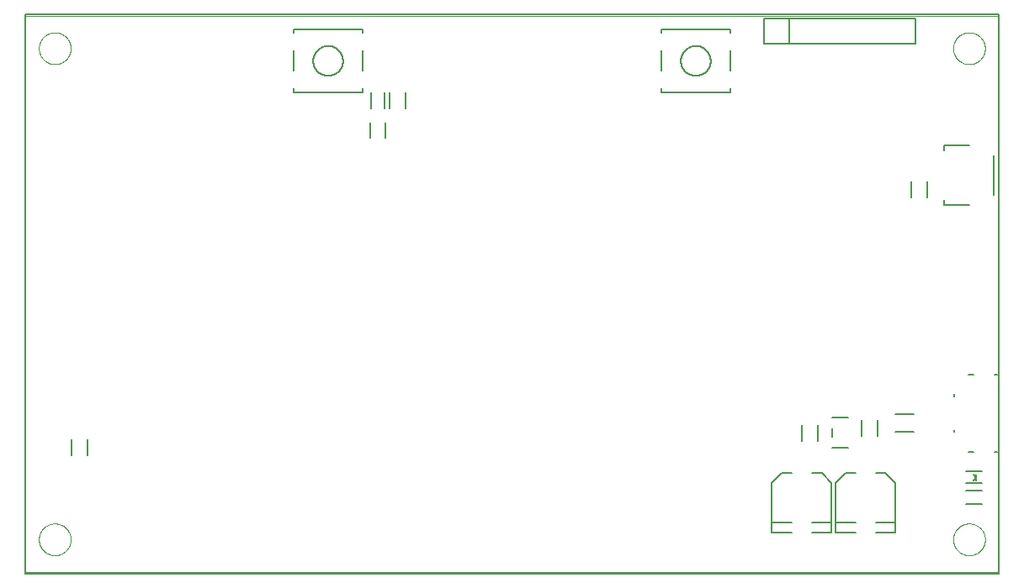
<source format=gto>
G75*
%MOIN*%
%OFA0B0*%
%FSLAX25Y25*%
%IPPOS*%
%LPD*%
%AMOC8*
5,1,8,0,0,1.08239X$1,22.5*
%
%ADD10C,0.00000*%
%ADD11C,0.00500*%
%ADD12C,0.00600*%
D10*
X0003000Y0010697D02*
X0003000Y0231169D01*
X0388827Y0231169D01*
X0388827Y0010697D01*
X0003000Y0010697D01*
X0008512Y0023492D02*
X0008514Y0023650D01*
X0008520Y0023808D01*
X0008530Y0023966D01*
X0008544Y0024124D01*
X0008562Y0024281D01*
X0008583Y0024438D01*
X0008609Y0024594D01*
X0008639Y0024750D01*
X0008672Y0024905D01*
X0008710Y0025058D01*
X0008751Y0025211D01*
X0008796Y0025363D01*
X0008845Y0025514D01*
X0008898Y0025663D01*
X0008954Y0025811D01*
X0009014Y0025957D01*
X0009078Y0026102D01*
X0009146Y0026245D01*
X0009217Y0026387D01*
X0009291Y0026527D01*
X0009369Y0026664D01*
X0009451Y0026800D01*
X0009535Y0026934D01*
X0009624Y0027065D01*
X0009715Y0027194D01*
X0009810Y0027321D01*
X0009907Y0027446D01*
X0010008Y0027568D01*
X0010112Y0027687D01*
X0010219Y0027804D01*
X0010329Y0027918D01*
X0010442Y0028029D01*
X0010557Y0028138D01*
X0010675Y0028243D01*
X0010796Y0028345D01*
X0010919Y0028445D01*
X0011045Y0028541D01*
X0011173Y0028634D01*
X0011303Y0028724D01*
X0011436Y0028810D01*
X0011571Y0028894D01*
X0011707Y0028973D01*
X0011846Y0029050D01*
X0011987Y0029122D01*
X0012129Y0029192D01*
X0012273Y0029257D01*
X0012419Y0029319D01*
X0012566Y0029377D01*
X0012715Y0029432D01*
X0012865Y0029483D01*
X0013016Y0029530D01*
X0013168Y0029573D01*
X0013321Y0029612D01*
X0013476Y0029648D01*
X0013631Y0029679D01*
X0013787Y0029707D01*
X0013943Y0029731D01*
X0014100Y0029751D01*
X0014258Y0029767D01*
X0014415Y0029779D01*
X0014574Y0029787D01*
X0014732Y0029791D01*
X0014890Y0029791D01*
X0015048Y0029787D01*
X0015207Y0029779D01*
X0015364Y0029767D01*
X0015522Y0029751D01*
X0015679Y0029731D01*
X0015835Y0029707D01*
X0015991Y0029679D01*
X0016146Y0029648D01*
X0016301Y0029612D01*
X0016454Y0029573D01*
X0016606Y0029530D01*
X0016757Y0029483D01*
X0016907Y0029432D01*
X0017056Y0029377D01*
X0017203Y0029319D01*
X0017349Y0029257D01*
X0017493Y0029192D01*
X0017635Y0029122D01*
X0017776Y0029050D01*
X0017915Y0028973D01*
X0018051Y0028894D01*
X0018186Y0028810D01*
X0018319Y0028724D01*
X0018449Y0028634D01*
X0018577Y0028541D01*
X0018703Y0028445D01*
X0018826Y0028345D01*
X0018947Y0028243D01*
X0019065Y0028138D01*
X0019180Y0028029D01*
X0019293Y0027918D01*
X0019403Y0027804D01*
X0019510Y0027687D01*
X0019614Y0027568D01*
X0019715Y0027446D01*
X0019812Y0027321D01*
X0019907Y0027194D01*
X0019998Y0027065D01*
X0020087Y0026934D01*
X0020171Y0026800D01*
X0020253Y0026664D01*
X0020331Y0026527D01*
X0020405Y0026387D01*
X0020476Y0026245D01*
X0020544Y0026102D01*
X0020608Y0025957D01*
X0020668Y0025811D01*
X0020724Y0025663D01*
X0020777Y0025514D01*
X0020826Y0025363D01*
X0020871Y0025211D01*
X0020912Y0025058D01*
X0020950Y0024905D01*
X0020983Y0024750D01*
X0021013Y0024594D01*
X0021039Y0024438D01*
X0021060Y0024281D01*
X0021078Y0024124D01*
X0021092Y0023966D01*
X0021102Y0023808D01*
X0021108Y0023650D01*
X0021110Y0023492D01*
X0021108Y0023334D01*
X0021102Y0023176D01*
X0021092Y0023018D01*
X0021078Y0022860D01*
X0021060Y0022703D01*
X0021039Y0022546D01*
X0021013Y0022390D01*
X0020983Y0022234D01*
X0020950Y0022079D01*
X0020912Y0021926D01*
X0020871Y0021773D01*
X0020826Y0021621D01*
X0020777Y0021470D01*
X0020724Y0021321D01*
X0020668Y0021173D01*
X0020608Y0021027D01*
X0020544Y0020882D01*
X0020476Y0020739D01*
X0020405Y0020597D01*
X0020331Y0020457D01*
X0020253Y0020320D01*
X0020171Y0020184D01*
X0020087Y0020050D01*
X0019998Y0019919D01*
X0019907Y0019790D01*
X0019812Y0019663D01*
X0019715Y0019538D01*
X0019614Y0019416D01*
X0019510Y0019297D01*
X0019403Y0019180D01*
X0019293Y0019066D01*
X0019180Y0018955D01*
X0019065Y0018846D01*
X0018947Y0018741D01*
X0018826Y0018639D01*
X0018703Y0018539D01*
X0018577Y0018443D01*
X0018449Y0018350D01*
X0018319Y0018260D01*
X0018186Y0018174D01*
X0018051Y0018090D01*
X0017915Y0018011D01*
X0017776Y0017934D01*
X0017635Y0017862D01*
X0017493Y0017792D01*
X0017349Y0017727D01*
X0017203Y0017665D01*
X0017056Y0017607D01*
X0016907Y0017552D01*
X0016757Y0017501D01*
X0016606Y0017454D01*
X0016454Y0017411D01*
X0016301Y0017372D01*
X0016146Y0017336D01*
X0015991Y0017305D01*
X0015835Y0017277D01*
X0015679Y0017253D01*
X0015522Y0017233D01*
X0015364Y0017217D01*
X0015207Y0017205D01*
X0015048Y0017197D01*
X0014890Y0017193D01*
X0014732Y0017193D01*
X0014574Y0017197D01*
X0014415Y0017205D01*
X0014258Y0017217D01*
X0014100Y0017233D01*
X0013943Y0017253D01*
X0013787Y0017277D01*
X0013631Y0017305D01*
X0013476Y0017336D01*
X0013321Y0017372D01*
X0013168Y0017411D01*
X0013016Y0017454D01*
X0012865Y0017501D01*
X0012715Y0017552D01*
X0012566Y0017607D01*
X0012419Y0017665D01*
X0012273Y0017727D01*
X0012129Y0017792D01*
X0011987Y0017862D01*
X0011846Y0017934D01*
X0011707Y0018011D01*
X0011571Y0018090D01*
X0011436Y0018174D01*
X0011303Y0018260D01*
X0011173Y0018350D01*
X0011045Y0018443D01*
X0010919Y0018539D01*
X0010796Y0018639D01*
X0010675Y0018741D01*
X0010557Y0018846D01*
X0010442Y0018955D01*
X0010329Y0019066D01*
X0010219Y0019180D01*
X0010112Y0019297D01*
X0010008Y0019416D01*
X0009907Y0019538D01*
X0009810Y0019663D01*
X0009715Y0019790D01*
X0009624Y0019919D01*
X0009535Y0020050D01*
X0009451Y0020184D01*
X0009369Y0020320D01*
X0009291Y0020457D01*
X0009217Y0020597D01*
X0009146Y0020739D01*
X0009078Y0020882D01*
X0009014Y0021027D01*
X0008954Y0021173D01*
X0008898Y0021321D01*
X0008845Y0021470D01*
X0008796Y0021621D01*
X0008751Y0021773D01*
X0008710Y0021926D01*
X0008672Y0022079D01*
X0008639Y0022234D01*
X0008609Y0022390D01*
X0008583Y0022546D01*
X0008562Y0022703D01*
X0008544Y0022860D01*
X0008530Y0023018D01*
X0008520Y0023176D01*
X0008514Y0023334D01*
X0008512Y0023492D01*
X0008512Y0218374D02*
X0008514Y0218532D01*
X0008520Y0218690D01*
X0008530Y0218848D01*
X0008544Y0219006D01*
X0008562Y0219163D01*
X0008583Y0219320D01*
X0008609Y0219476D01*
X0008639Y0219632D01*
X0008672Y0219787D01*
X0008710Y0219940D01*
X0008751Y0220093D01*
X0008796Y0220245D01*
X0008845Y0220396D01*
X0008898Y0220545D01*
X0008954Y0220693D01*
X0009014Y0220839D01*
X0009078Y0220984D01*
X0009146Y0221127D01*
X0009217Y0221269D01*
X0009291Y0221409D01*
X0009369Y0221546D01*
X0009451Y0221682D01*
X0009535Y0221816D01*
X0009624Y0221947D01*
X0009715Y0222076D01*
X0009810Y0222203D01*
X0009907Y0222328D01*
X0010008Y0222450D01*
X0010112Y0222569D01*
X0010219Y0222686D01*
X0010329Y0222800D01*
X0010442Y0222911D01*
X0010557Y0223020D01*
X0010675Y0223125D01*
X0010796Y0223227D01*
X0010919Y0223327D01*
X0011045Y0223423D01*
X0011173Y0223516D01*
X0011303Y0223606D01*
X0011436Y0223692D01*
X0011571Y0223776D01*
X0011707Y0223855D01*
X0011846Y0223932D01*
X0011987Y0224004D01*
X0012129Y0224074D01*
X0012273Y0224139D01*
X0012419Y0224201D01*
X0012566Y0224259D01*
X0012715Y0224314D01*
X0012865Y0224365D01*
X0013016Y0224412D01*
X0013168Y0224455D01*
X0013321Y0224494D01*
X0013476Y0224530D01*
X0013631Y0224561D01*
X0013787Y0224589D01*
X0013943Y0224613D01*
X0014100Y0224633D01*
X0014258Y0224649D01*
X0014415Y0224661D01*
X0014574Y0224669D01*
X0014732Y0224673D01*
X0014890Y0224673D01*
X0015048Y0224669D01*
X0015207Y0224661D01*
X0015364Y0224649D01*
X0015522Y0224633D01*
X0015679Y0224613D01*
X0015835Y0224589D01*
X0015991Y0224561D01*
X0016146Y0224530D01*
X0016301Y0224494D01*
X0016454Y0224455D01*
X0016606Y0224412D01*
X0016757Y0224365D01*
X0016907Y0224314D01*
X0017056Y0224259D01*
X0017203Y0224201D01*
X0017349Y0224139D01*
X0017493Y0224074D01*
X0017635Y0224004D01*
X0017776Y0223932D01*
X0017915Y0223855D01*
X0018051Y0223776D01*
X0018186Y0223692D01*
X0018319Y0223606D01*
X0018449Y0223516D01*
X0018577Y0223423D01*
X0018703Y0223327D01*
X0018826Y0223227D01*
X0018947Y0223125D01*
X0019065Y0223020D01*
X0019180Y0222911D01*
X0019293Y0222800D01*
X0019403Y0222686D01*
X0019510Y0222569D01*
X0019614Y0222450D01*
X0019715Y0222328D01*
X0019812Y0222203D01*
X0019907Y0222076D01*
X0019998Y0221947D01*
X0020087Y0221816D01*
X0020171Y0221682D01*
X0020253Y0221546D01*
X0020331Y0221409D01*
X0020405Y0221269D01*
X0020476Y0221127D01*
X0020544Y0220984D01*
X0020608Y0220839D01*
X0020668Y0220693D01*
X0020724Y0220545D01*
X0020777Y0220396D01*
X0020826Y0220245D01*
X0020871Y0220093D01*
X0020912Y0219940D01*
X0020950Y0219787D01*
X0020983Y0219632D01*
X0021013Y0219476D01*
X0021039Y0219320D01*
X0021060Y0219163D01*
X0021078Y0219006D01*
X0021092Y0218848D01*
X0021102Y0218690D01*
X0021108Y0218532D01*
X0021110Y0218374D01*
X0021108Y0218216D01*
X0021102Y0218058D01*
X0021092Y0217900D01*
X0021078Y0217742D01*
X0021060Y0217585D01*
X0021039Y0217428D01*
X0021013Y0217272D01*
X0020983Y0217116D01*
X0020950Y0216961D01*
X0020912Y0216808D01*
X0020871Y0216655D01*
X0020826Y0216503D01*
X0020777Y0216352D01*
X0020724Y0216203D01*
X0020668Y0216055D01*
X0020608Y0215909D01*
X0020544Y0215764D01*
X0020476Y0215621D01*
X0020405Y0215479D01*
X0020331Y0215339D01*
X0020253Y0215202D01*
X0020171Y0215066D01*
X0020087Y0214932D01*
X0019998Y0214801D01*
X0019907Y0214672D01*
X0019812Y0214545D01*
X0019715Y0214420D01*
X0019614Y0214298D01*
X0019510Y0214179D01*
X0019403Y0214062D01*
X0019293Y0213948D01*
X0019180Y0213837D01*
X0019065Y0213728D01*
X0018947Y0213623D01*
X0018826Y0213521D01*
X0018703Y0213421D01*
X0018577Y0213325D01*
X0018449Y0213232D01*
X0018319Y0213142D01*
X0018186Y0213056D01*
X0018051Y0212972D01*
X0017915Y0212893D01*
X0017776Y0212816D01*
X0017635Y0212744D01*
X0017493Y0212674D01*
X0017349Y0212609D01*
X0017203Y0212547D01*
X0017056Y0212489D01*
X0016907Y0212434D01*
X0016757Y0212383D01*
X0016606Y0212336D01*
X0016454Y0212293D01*
X0016301Y0212254D01*
X0016146Y0212218D01*
X0015991Y0212187D01*
X0015835Y0212159D01*
X0015679Y0212135D01*
X0015522Y0212115D01*
X0015364Y0212099D01*
X0015207Y0212087D01*
X0015048Y0212079D01*
X0014890Y0212075D01*
X0014732Y0212075D01*
X0014574Y0212079D01*
X0014415Y0212087D01*
X0014258Y0212099D01*
X0014100Y0212115D01*
X0013943Y0212135D01*
X0013787Y0212159D01*
X0013631Y0212187D01*
X0013476Y0212218D01*
X0013321Y0212254D01*
X0013168Y0212293D01*
X0013016Y0212336D01*
X0012865Y0212383D01*
X0012715Y0212434D01*
X0012566Y0212489D01*
X0012419Y0212547D01*
X0012273Y0212609D01*
X0012129Y0212674D01*
X0011987Y0212744D01*
X0011846Y0212816D01*
X0011707Y0212893D01*
X0011571Y0212972D01*
X0011436Y0213056D01*
X0011303Y0213142D01*
X0011173Y0213232D01*
X0011045Y0213325D01*
X0010919Y0213421D01*
X0010796Y0213521D01*
X0010675Y0213623D01*
X0010557Y0213728D01*
X0010442Y0213837D01*
X0010329Y0213948D01*
X0010219Y0214062D01*
X0010112Y0214179D01*
X0010008Y0214298D01*
X0009907Y0214420D01*
X0009810Y0214545D01*
X0009715Y0214672D01*
X0009624Y0214801D01*
X0009535Y0214932D01*
X0009451Y0215066D01*
X0009369Y0215202D01*
X0009291Y0215339D01*
X0009217Y0215479D01*
X0009146Y0215621D01*
X0009078Y0215764D01*
X0009014Y0215909D01*
X0008954Y0216055D01*
X0008898Y0216203D01*
X0008845Y0216352D01*
X0008796Y0216503D01*
X0008751Y0216655D01*
X0008710Y0216808D01*
X0008672Y0216961D01*
X0008639Y0217116D01*
X0008609Y0217272D01*
X0008583Y0217428D01*
X0008562Y0217585D01*
X0008544Y0217742D01*
X0008530Y0217900D01*
X0008520Y0218058D01*
X0008514Y0218216D01*
X0008512Y0218374D01*
X0370717Y0218374D02*
X0370719Y0218532D01*
X0370725Y0218690D01*
X0370735Y0218848D01*
X0370749Y0219006D01*
X0370767Y0219163D01*
X0370788Y0219320D01*
X0370814Y0219476D01*
X0370844Y0219632D01*
X0370877Y0219787D01*
X0370915Y0219940D01*
X0370956Y0220093D01*
X0371001Y0220245D01*
X0371050Y0220396D01*
X0371103Y0220545D01*
X0371159Y0220693D01*
X0371219Y0220839D01*
X0371283Y0220984D01*
X0371351Y0221127D01*
X0371422Y0221269D01*
X0371496Y0221409D01*
X0371574Y0221546D01*
X0371656Y0221682D01*
X0371740Y0221816D01*
X0371829Y0221947D01*
X0371920Y0222076D01*
X0372015Y0222203D01*
X0372112Y0222328D01*
X0372213Y0222450D01*
X0372317Y0222569D01*
X0372424Y0222686D01*
X0372534Y0222800D01*
X0372647Y0222911D01*
X0372762Y0223020D01*
X0372880Y0223125D01*
X0373001Y0223227D01*
X0373124Y0223327D01*
X0373250Y0223423D01*
X0373378Y0223516D01*
X0373508Y0223606D01*
X0373641Y0223692D01*
X0373776Y0223776D01*
X0373912Y0223855D01*
X0374051Y0223932D01*
X0374192Y0224004D01*
X0374334Y0224074D01*
X0374478Y0224139D01*
X0374624Y0224201D01*
X0374771Y0224259D01*
X0374920Y0224314D01*
X0375070Y0224365D01*
X0375221Y0224412D01*
X0375373Y0224455D01*
X0375526Y0224494D01*
X0375681Y0224530D01*
X0375836Y0224561D01*
X0375992Y0224589D01*
X0376148Y0224613D01*
X0376305Y0224633D01*
X0376463Y0224649D01*
X0376620Y0224661D01*
X0376779Y0224669D01*
X0376937Y0224673D01*
X0377095Y0224673D01*
X0377253Y0224669D01*
X0377412Y0224661D01*
X0377569Y0224649D01*
X0377727Y0224633D01*
X0377884Y0224613D01*
X0378040Y0224589D01*
X0378196Y0224561D01*
X0378351Y0224530D01*
X0378506Y0224494D01*
X0378659Y0224455D01*
X0378811Y0224412D01*
X0378962Y0224365D01*
X0379112Y0224314D01*
X0379261Y0224259D01*
X0379408Y0224201D01*
X0379554Y0224139D01*
X0379698Y0224074D01*
X0379840Y0224004D01*
X0379981Y0223932D01*
X0380120Y0223855D01*
X0380256Y0223776D01*
X0380391Y0223692D01*
X0380524Y0223606D01*
X0380654Y0223516D01*
X0380782Y0223423D01*
X0380908Y0223327D01*
X0381031Y0223227D01*
X0381152Y0223125D01*
X0381270Y0223020D01*
X0381385Y0222911D01*
X0381498Y0222800D01*
X0381608Y0222686D01*
X0381715Y0222569D01*
X0381819Y0222450D01*
X0381920Y0222328D01*
X0382017Y0222203D01*
X0382112Y0222076D01*
X0382203Y0221947D01*
X0382292Y0221816D01*
X0382376Y0221682D01*
X0382458Y0221546D01*
X0382536Y0221409D01*
X0382610Y0221269D01*
X0382681Y0221127D01*
X0382749Y0220984D01*
X0382813Y0220839D01*
X0382873Y0220693D01*
X0382929Y0220545D01*
X0382982Y0220396D01*
X0383031Y0220245D01*
X0383076Y0220093D01*
X0383117Y0219940D01*
X0383155Y0219787D01*
X0383188Y0219632D01*
X0383218Y0219476D01*
X0383244Y0219320D01*
X0383265Y0219163D01*
X0383283Y0219006D01*
X0383297Y0218848D01*
X0383307Y0218690D01*
X0383313Y0218532D01*
X0383315Y0218374D01*
X0383313Y0218216D01*
X0383307Y0218058D01*
X0383297Y0217900D01*
X0383283Y0217742D01*
X0383265Y0217585D01*
X0383244Y0217428D01*
X0383218Y0217272D01*
X0383188Y0217116D01*
X0383155Y0216961D01*
X0383117Y0216808D01*
X0383076Y0216655D01*
X0383031Y0216503D01*
X0382982Y0216352D01*
X0382929Y0216203D01*
X0382873Y0216055D01*
X0382813Y0215909D01*
X0382749Y0215764D01*
X0382681Y0215621D01*
X0382610Y0215479D01*
X0382536Y0215339D01*
X0382458Y0215202D01*
X0382376Y0215066D01*
X0382292Y0214932D01*
X0382203Y0214801D01*
X0382112Y0214672D01*
X0382017Y0214545D01*
X0381920Y0214420D01*
X0381819Y0214298D01*
X0381715Y0214179D01*
X0381608Y0214062D01*
X0381498Y0213948D01*
X0381385Y0213837D01*
X0381270Y0213728D01*
X0381152Y0213623D01*
X0381031Y0213521D01*
X0380908Y0213421D01*
X0380782Y0213325D01*
X0380654Y0213232D01*
X0380524Y0213142D01*
X0380391Y0213056D01*
X0380256Y0212972D01*
X0380120Y0212893D01*
X0379981Y0212816D01*
X0379840Y0212744D01*
X0379698Y0212674D01*
X0379554Y0212609D01*
X0379408Y0212547D01*
X0379261Y0212489D01*
X0379112Y0212434D01*
X0378962Y0212383D01*
X0378811Y0212336D01*
X0378659Y0212293D01*
X0378506Y0212254D01*
X0378351Y0212218D01*
X0378196Y0212187D01*
X0378040Y0212159D01*
X0377884Y0212135D01*
X0377727Y0212115D01*
X0377569Y0212099D01*
X0377412Y0212087D01*
X0377253Y0212079D01*
X0377095Y0212075D01*
X0376937Y0212075D01*
X0376779Y0212079D01*
X0376620Y0212087D01*
X0376463Y0212099D01*
X0376305Y0212115D01*
X0376148Y0212135D01*
X0375992Y0212159D01*
X0375836Y0212187D01*
X0375681Y0212218D01*
X0375526Y0212254D01*
X0375373Y0212293D01*
X0375221Y0212336D01*
X0375070Y0212383D01*
X0374920Y0212434D01*
X0374771Y0212489D01*
X0374624Y0212547D01*
X0374478Y0212609D01*
X0374334Y0212674D01*
X0374192Y0212744D01*
X0374051Y0212816D01*
X0373912Y0212893D01*
X0373776Y0212972D01*
X0373641Y0213056D01*
X0373508Y0213142D01*
X0373378Y0213232D01*
X0373250Y0213325D01*
X0373124Y0213421D01*
X0373001Y0213521D01*
X0372880Y0213623D01*
X0372762Y0213728D01*
X0372647Y0213837D01*
X0372534Y0213948D01*
X0372424Y0214062D01*
X0372317Y0214179D01*
X0372213Y0214298D01*
X0372112Y0214420D01*
X0372015Y0214545D01*
X0371920Y0214672D01*
X0371829Y0214801D01*
X0371740Y0214932D01*
X0371656Y0215066D01*
X0371574Y0215202D01*
X0371496Y0215339D01*
X0371422Y0215479D01*
X0371351Y0215621D01*
X0371283Y0215764D01*
X0371219Y0215909D01*
X0371159Y0216055D01*
X0371103Y0216203D01*
X0371050Y0216352D01*
X0371001Y0216503D01*
X0370956Y0216655D01*
X0370915Y0216808D01*
X0370877Y0216961D01*
X0370844Y0217116D01*
X0370814Y0217272D01*
X0370788Y0217428D01*
X0370767Y0217585D01*
X0370749Y0217742D01*
X0370735Y0217900D01*
X0370725Y0218058D01*
X0370719Y0218216D01*
X0370717Y0218374D01*
X0370717Y0023492D02*
X0370719Y0023650D01*
X0370725Y0023808D01*
X0370735Y0023966D01*
X0370749Y0024124D01*
X0370767Y0024281D01*
X0370788Y0024438D01*
X0370814Y0024594D01*
X0370844Y0024750D01*
X0370877Y0024905D01*
X0370915Y0025058D01*
X0370956Y0025211D01*
X0371001Y0025363D01*
X0371050Y0025514D01*
X0371103Y0025663D01*
X0371159Y0025811D01*
X0371219Y0025957D01*
X0371283Y0026102D01*
X0371351Y0026245D01*
X0371422Y0026387D01*
X0371496Y0026527D01*
X0371574Y0026664D01*
X0371656Y0026800D01*
X0371740Y0026934D01*
X0371829Y0027065D01*
X0371920Y0027194D01*
X0372015Y0027321D01*
X0372112Y0027446D01*
X0372213Y0027568D01*
X0372317Y0027687D01*
X0372424Y0027804D01*
X0372534Y0027918D01*
X0372647Y0028029D01*
X0372762Y0028138D01*
X0372880Y0028243D01*
X0373001Y0028345D01*
X0373124Y0028445D01*
X0373250Y0028541D01*
X0373378Y0028634D01*
X0373508Y0028724D01*
X0373641Y0028810D01*
X0373776Y0028894D01*
X0373912Y0028973D01*
X0374051Y0029050D01*
X0374192Y0029122D01*
X0374334Y0029192D01*
X0374478Y0029257D01*
X0374624Y0029319D01*
X0374771Y0029377D01*
X0374920Y0029432D01*
X0375070Y0029483D01*
X0375221Y0029530D01*
X0375373Y0029573D01*
X0375526Y0029612D01*
X0375681Y0029648D01*
X0375836Y0029679D01*
X0375992Y0029707D01*
X0376148Y0029731D01*
X0376305Y0029751D01*
X0376463Y0029767D01*
X0376620Y0029779D01*
X0376779Y0029787D01*
X0376937Y0029791D01*
X0377095Y0029791D01*
X0377253Y0029787D01*
X0377412Y0029779D01*
X0377569Y0029767D01*
X0377727Y0029751D01*
X0377884Y0029731D01*
X0378040Y0029707D01*
X0378196Y0029679D01*
X0378351Y0029648D01*
X0378506Y0029612D01*
X0378659Y0029573D01*
X0378811Y0029530D01*
X0378962Y0029483D01*
X0379112Y0029432D01*
X0379261Y0029377D01*
X0379408Y0029319D01*
X0379554Y0029257D01*
X0379698Y0029192D01*
X0379840Y0029122D01*
X0379981Y0029050D01*
X0380120Y0028973D01*
X0380256Y0028894D01*
X0380391Y0028810D01*
X0380524Y0028724D01*
X0380654Y0028634D01*
X0380782Y0028541D01*
X0380908Y0028445D01*
X0381031Y0028345D01*
X0381152Y0028243D01*
X0381270Y0028138D01*
X0381385Y0028029D01*
X0381498Y0027918D01*
X0381608Y0027804D01*
X0381715Y0027687D01*
X0381819Y0027568D01*
X0381920Y0027446D01*
X0382017Y0027321D01*
X0382112Y0027194D01*
X0382203Y0027065D01*
X0382292Y0026934D01*
X0382376Y0026800D01*
X0382458Y0026664D01*
X0382536Y0026527D01*
X0382610Y0026387D01*
X0382681Y0026245D01*
X0382749Y0026102D01*
X0382813Y0025957D01*
X0382873Y0025811D01*
X0382929Y0025663D01*
X0382982Y0025514D01*
X0383031Y0025363D01*
X0383076Y0025211D01*
X0383117Y0025058D01*
X0383155Y0024905D01*
X0383188Y0024750D01*
X0383218Y0024594D01*
X0383244Y0024438D01*
X0383265Y0024281D01*
X0383283Y0024124D01*
X0383297Y0023966D01*
X0383307Y0023808D01*
X0383313Y0023650D01*
X0383315Y0023492D01*
X0383313Y0023334D01*
X0383307Y0023176D01*
X0383297Y0023018D01*
X0383283Y0022860D01*
X0383265Y0022703D01*
X0383244Y0022546D01*
X0383218Y0022390D01*
X0383188Y0022234D01*
X0383155Y0022079D01*
X0383117Y0021926D01*
X0383076Y0021773D01*
X0383031Y0021621D01*
X0382982Y0021470D01*
X0382929Y0021321D01*
X0382873Y0021173D01*
X0382813Y0021027D01*
X0382749Y0020882D01*
X0382681Y0020739D01*
X0382610Y0020597D01*
X0382536Y0020457D01*
X0382458Y0020320D01*
X0382376Y0020184D01*
X0382292Y0020050D01*
X0382203Y0019919D01*
X0382112Y0019790D01*
X0382017Y0019663D01*
X0381920Y0019538D01*
X0381819Y0019416D01*
X0381715Y0019297D01*
X0381608Y0019180D01*
X0381498Y0019066D01*
X0381385Y0018955D01*
X0381270Y0018846D01*
X0381152Y0018741D01*
X0381031Y0018639D01*
X0380908Y0018539D01*
X0380782Y0018443D01*
X0380654Y0018350D01*
X0380524Y0018260D01*
X0380391Y0018174D01*
X0380256Y0018090D01*
X0380120Y0018011D01*
X0379981Y0017934D01*
X0379840Y0017862D01*
X0379698Y0017792D01*
X0379554Y0017727D01*
X0379408Y0017665D01*
X0379261Y0017607D01*
X0379112Y0017552D01*
X0378962Y0017501D01*
X0378811Y0017454D01*
X0378659Y0017411D01*
X0378506Y0017372D01*
X0378351Y0017336D01*
X0378196Y0017305D01*
X0378040Y0017277D01*
X0377884Y0017253D01*
X0377727Y0017233D01*
X0377569Y0017217D01*
X0377412Y0017205D01*
X0377253Y0017197D01*
X0377095Y0017193D01*
X0376937Y0017193D01*
X0376779Y0017197D01*
X0376620Y0017205D01*
X0376463Y0017217D01*
X0376305Y0017233D01*
X0376148Y0017253D01*
X0375992Y0017277D01*
X0375836Y0017305D01*
X0375681Y0017336D01*
X0375526Y0017372D01*
X0375373Y0017411D01*
X0375221Y0017454D01*
X0375070Y0017501D01*
X0374920Y0017552D01*
X0374771Y0017607D01*
X0374624Y0017665D01*
X0374478Y0017727D01*
X0374334Y0017792D01*
X0374192Y0017862D01*
X0374051Y0017934D01*
X0373912Y0018011D01*
X0373776Y0018090D01*
X0373641Y0018174D01*
X0373508Y0018260D01*
X0373378Y0018350D01*
X0373250Y0018443D01*
X0373124Y0018539D01*
X0373001Y0018639D01*
X0372880Y0018741D01*
X0372762Y0018846D01*
X0372647Y0018955D01*
X0372534Y0019066D01*
X0372424Y0019180D01*
X0372317Y0019297D01*
X0372213Y0019416D01*
X0372112Y0019538D01*
X0372015Y0019663D01*
X0371920Y0019790D01*
X0371829Y0019919D01*
X0371740Y0020050D01*
X0371656Y0020184D01*
X0371574Y0020320D01*
X0371496Y0020457D01*
X0371422Y0020597D01*
X0371351Y0020739D01*
X0371283Y0020882D01*
X0371219Y0021027D01*
X0371159Y0021173D01*
X0371103Y0021321D01*
X0371050Y0021470D01*
X0371001Y0021621D01*
X0370956Y0021773D01*
X0370915Y0021926D01*
X0370877Y0022079D01*
X0370844Y0022234D01*
X0370814Y0022390D01*
X0370788Y0022546D01*
X0370767Y0022703D01*
X0370749Y0022860D01*
X0370735Y0023018D01*
X0370725Y0023176D01*
X0370719Y0023334D01*
X0370717Y0023492D01*
D11*
X0003000Y0010028D02*
X0003000Y0231839D01*
X0388827Y0231839D01*
X0388827Y0010028D01*
X0003000Y0010028D01*
X0021504Y0056760D02*
X0021504Y0063059D01*
X0027803Y0063059D02*
X0027803Y0056760D01*
X0139614Y0182744D02*
X0139614Y0189043D01*
X0140008Y0194555D02*
X0140008Y0200854D01*
X0136858Y0200854D02*
X0136858Y0202429D01*
X0136858Y0200854D02*
X0109299Y0200854D01*
X0109299Y0202429D01*
X0109299Y0209516D02*
X0109299Y0217390D01*
X0109299Y0224477D02*
X0109299Y0226051D01*
X0136858Y0226051D01*
X0136858Y0224477D01*
X0136858Y0217390D02*
X0136858Y0209516D01*
X0145520Y0200854D02*
X0145520Y0194555D01*
X0147488Y0194555D02*
X0147488Y0200854D01*
X0153787Y0200854D02*
X0153787Y0194555D01*
X0145913Y0189043D02*
X0145913Y0182744D01*
X0117173Y0213453D02*
X0117175Y0213606D01*
X0117181Y0213760D01*
X0117191Y0213913D01*
X0117205Y0214065D01*
X0117223Y0214218D01*
X0117245Y0214369D01*
X0117270Y0214520D01*
X0117300Y0214671D01*
X0117334Y0214821D01*
X0117371Y0214969D01*
X0117412Y0215117D01*
X0117457Y0215263D01*
X0117506Y0215409D01*
X0117559Y0215553D01*
X0117615Y0215695D01*
X0117675Y0215836D01*
X0117739Y0215976D01*
X0117806Y0216114D01*
X0117877Y0216250D01*
X0117952Y0216384D01*
X0118029Y0216516D01*
X0118111Y0216646D01*
X0118195Y0216774D01*
X0118283Y0216900D01*
X0118374Y0217023D01*
X0118468Y0217144D01*
X0118566Y0217262D01*
X0118666Y0217378D01*
X0118770Y0217491D01*
X0118876Y0217602D01*
X0118985Y0217710D01*
X0119097Y0217815D01*
X0119211Y0217916D01*
X0119329Y0218015D01*
X0119448Y0218111D01*
X0119570Y0218204D01*
X0119695Y0218293D01*
X0119822Y0218380D01*
X0119951Y0218462D01*
X0120082Y0218542D01*
X0120215Y0218618D01*
X0120350Y0218691D01*
X0120487Y0218760D01*
X0120626Y0218825D01*
X0120766Y0218887D01*
X0120908Y0218945D01*
X0121051Y0219000D01*
X0121196Y0219051D01*
X0121342Y0219098D01*
X0121489Y0219141D01*
X0121637Y0219180D01*
X0121786Y0219216D01*
X0121936Y0219247D01*
X0122087Y0219275D01*
X0122238Y0219299D01*
X0122391Y0219319D01*
X0122543Y0219335D01*
X0122696Y0219347D01*
X0122849Y0219355D01*
X0123002Y0219359D01*
X0123156Y0219359D01*
X0123309Y0219355D01*
X0123462Y0219347D01*
X0123615Y0219335D01*
X0123767Y0219319D01*
X0123920Y0219299D01*
X0124071Y0219275D01*
X0124222Y0219247D01*
X0124372Y0219216D01*
X0124521Y0219180D01*
X0124669Y0219141D01*
X0124816Y0219098D01*
X0124962Y0219051D01*
X0125107Y0219000D01*
X0125250Y0218945D01*
X0125392Y0218887D01*
X0125532Y0218825D01*
X0125671Y0218760D01*
X0125808Y0218691D01*
X0125943Y0218618D01*
X0126076Y0218542D01*
X0126207Y0218462D01*
X0126336Y0218380D01*
X0126463Y0218293D01*
X0126588Y0218204D01*
X0126710Y0218111D01*
X0126829Y0218015D01*
X0126947Y0217916D01*
X0127061Y0217815D01*
X0127173Y0217710D01*
X0127282Y0217602D01*
X0127388Y0217491D01*
X0127492Y0217378D01*
X0127592Y0217262D01*
X0127690Y0217144D01*
X0127784Y0217023D01*
X0127875Y0216900D01*
X0127963Y0216774D01*
X0128047Y0216646D01*
X0128129Y0216516D01*
X0128206Y0216384D01*
X0128281Y0216250D01*
X0128352Y0216114D01*
X0128419Y0215976D01*
X0128483Y0215836D01*
X0128543Y0215695D01*
X0128599Y0215553D01*
X0128652Y0215409D01*
X0128701Y0215263D01*
X0128746Y0215117D01*
X0128787Y0214969D01*
X0128824Y0214821D01*
X0128858Y0214671D01*
X0128888Y0214520D01*
X0128913Y0214369D01*
X0128935Y0214218D01*
X0128953Y0214065D01*
X0128967Y0213913D01*
X0128977Y0213760D01*
X0128983Y0213606D01*
X0128985Y0213453D01*
X0128983Y0213300D01*
X0128977Y0213146D01*
X0128967Y0212993D01*
X0128953Y0212841D01*
X0128935Y0212688D01*
X0128913Y0212537D01*
X0128888Y0212386D01*
X0128858Y0212235D01*
X0128824Y0212085D01*
X0128787Y0211937D01*
X0128746Y0211789D01*
X0128701Y0211643D01*
X0128652Y0211497D01*
X0128599Y0211353D01*
X0128543Y0211211D01*
X0128483Y0211070D01*
X0128419Y0210930D01*
X0128352Y0210792D01*
X0128281Y0210656D01*
X0128206Y0210522D01*
X0128129Y0210390D01*
X0128047Y0210260D01*
X0127963Y0210132D01*
X0127875Y0210006D01*
X0127784Y0209883D01*
X0127690Y0209762D01*
X0127592Y0209644D01*
X0127492Y0209528D01*
X0127388Y0209415D01*
X0127282Y0209304D01*
X0127173Y0209196D01*
X0127061Y0209091D01*
X0126947Y0208990D01*
X0126829Y0208891D01*
X0126710Y0208795D01*
X0126588Y0208702D01*
X0126463Y0208613D01*
X0126336Y0208526D01*
X0126207Y0208444D01*
X0126076Y0208364D01*
X0125943Y0208288D01*
X0125808Y0208215D01*
X0125671Y0208146D01*
X0125532Y0208081D01*
X0125392Y0208019D01*
X0125250Y0207961D01*
X0125107Y0207906D01*
X0124962Y0207855D01*
X0124816Y0207808D01*
X0124669Y0207765D01*
X0124521Y0207726D01*
X0124372Y0207690D01*
X0124222Y0207659D01*
X0124071Y0207631D01*
X0123920Y0207607D01*
X0123767Y0207587D01*
X0123615Y0207571D01*
X0123462Y0207559D01*
X0123309Y0207551D01*
X0123156Y0207547D01*
X0123002Y0207547D01*
X0122849Y0207551D01*
X0122696Y0207559D01*
X0122543Y0207571D01*
X0122391Y0207587D01*
X0122238Y0207607D01*
X0122087Y0207631D01*
X0121936Y0207659D01*
X0121786Y0207690D01*
X0121637Y0207726D01*
X0121489Y0207765D01*
X0121342Y0207808D01*
X0121196Y0207855D01*
X0121051Y0207906D01*
X0120908Y0207961D01*
X0120766Y0208019D01*
X0120626Y0208081D01*
X0120487Y0208146D01*
X0120350Y0208215D01*
X0120215Y0208288D01*
X0120082Y0208364D01*
X0119951Y0208444D01*
X0119822Y0208526D01*
X0119695Y0208613D01*
X0119570Y0208702D01*
X0119448Y0208795D01*
X0119329Y0208891D01*
X0119211Y0208990D01*
X0119097Y0209091D01*
X0118985Y0209196D01*
X0118876Y0209304D01*
X0118770Y0209415D01*
X0118666Y0209528D01*
X0118566Y0209644D01*
X0118468Y0209762D01*
X0118374Y0209883D01*
X0118283Y0210006D01*
X0118195Y0210132D01*
X0118111Y0210260D01*
X0118029Y0210390D01*
X0117952Y0210522D01*
X0117877Y0210656D01*
X0117806Y0210792D01*
X0117739Y0210930D01*
X0117675Y0211070D01*
X0117615Y0211211D01*
X0117559Y0211353D01*
X0117506Y0211497D01*
X0117457Y0211643D01*
X0117412Y0211789D01*
X0117371Y0211937D01*
X0117334Y0212085D01*
X0117300Y0212235D01*
X0117270Y0212386D01*
X0117245Y0212537D01*
X0117223Y0212688D01*
X0117205Y0212841D01*
X0117191Y0212993D01*
X0117181Y0213146D01*
X0117175Y0213300D01*
X0117173Y0213453D01*
X0254969Y0209516D02*
X0254969Y0217390D01*
X0254969Y0224477D02*
X0254969Y0226051D01*
X0282528Y0226051D01*
X0282528Y0224477D01*
X0282528Y0217390D02*
X0282528Y0209516D01*
X0282528Y0202429D02*
X0282528Y0200854D01*
X0254969Y0200854D01*
X0254969Y0202429D01*
X0262842Y0213453D02*
X0262844Y0213606D01*
X0262850Y0213760D01*
X0262860Y0213913D01*
X0262874Y0214065D01*
X0262892Y0214218D01*
X0262914Y0214369D01*
X0262939Y0214520D01*
X0262969Y0214671D01*
X0263003Y0214821D01*
X0263040Y0214969D01*
X0263081Y0215117D01*
X0263126Y0215263D01*
X0263175Y0215409D01*
X0263228Y0215553D01*
X0263284Y0215695D01*
X0263344Y0215836D01*
X0263408Y0215976D01*
X0263475Y0216114D01*
X0263546Y0216250D01*
X0263621Y0216384D01*
X0263698Y0216516D01*
X0263780Y0216646D01*
X0263864Y0216774D01*
X0263952Y0216900D01*
X0264043Y0217023D01*
X0264137Y0217144D01*
X0264235Y0217262D01*
X0264335Y0217378D01*
X0264439Y0217491D01*
X0264545Y0217602D01*
X0264654Y0217710D01*
X0264766Y0217815D01*
X0264880Y0217916D01*
X0264998Y0218015D01*
X0265117Y0218111D01*
X0265239Y0218204D01*
X0265364Y0218293D01*
X0265491Y0218380D01*
X0265620Y0218462D01*
X0265751Y0218542D01*
X0265884Y0218618D01*
X0266019Y0218691D01*
X0266156Y0218760D01*
X0266295Y0218825D01*
X0266435Y0218887D01*
X0266577Y0218945D01*
X0266720Y0219000D01*
X0266865Y0219051D01*
X0267011Y0219098D01*
X0267158Y0219141D01*
X0267306Y0219180D01*
X0267455Y0219216D01*
X0267605Y0219247D01*
X0267756Y0219275D01*
X0267907Y0219299D01*
X0268060Y0219319D01*
X0268212Y0219335D01*
X0268365Y0219347D01*
X0268518Y0219355D01*
X0268671Y0219359D01*
X0268825Y0219359D01*
X0268978Y0219355D01*
X0269131Y0219347D01*
X0269284Y0219335D01*
X0269436Y0219319D01*
X0269589Y0219299D01*
X0269740Y0219275D01*
X0269891Y0219247D01*
X0270041Y0219216D01*
X0270190Y0219180D01*
X0270338Y0219141D01*
X0270485Y0219098D01*
X0270631Y0219051D01*
X0270776Y0219000D01*
X0270919Y0218945D01*
X0271061Y0218887D01*
X0271201Y0218825D01*
X0271340Y0218760D01*
X0271477Y0218691D01*
X0271612Y0218618D01*
X0271745Y0218542D01*
X0271876Y0218462D01*
X0272005Y0218380D01*
X0272132Y0218293D01*
X0272257Y0218204D01*
X0272379Y0218111D01*
X0272498Y0218015D01*
X0272616Y0217916D01*
X0272730Y0217815D01*
X0272842Y0217710D01*
X0272951Y0217602D01*
X0273057Y0217491D01*
X0273161Y0217378D01*
X0273261Y0217262D01*
X0273359Y0217144D01*
X0273453Y0217023D01*
X0273544Y0216900D01*
X0273632Y0216774D01*
X0273716Y0216646D01*
X0273798Y0216516D01*
X0273875Y0216384D01*
X0273950Y0216250D01*
X0274021Y0216114D01*
X0274088Y0215976D01*
X0274152Y0215836D01*
X0274212Y0215695D01*
X0274268Y0215553D01*
X0274321Y0215409D01*
X0274370Y0215263D01*
X0274415Y0215117D01*
X0274456Y0214969D01*
X0274493Y0214821D01*
X0274527Y0214671D01*
X0274557Y0214520D01*
X0274582Y0214369D01*
X0274604Y0214218D01*
X0274622Y0214065D01*
X0274636Y0213913D01*
X0274646Y0213760D01*
X0274652Y0213606D01*
X0274654Y0213453D01*
X0274652Y0213300D01*
X0274646Y0213146D01*
X0274636Y0212993D01*
X0274622Y0212841D01*
X0274604Y0212688D01*
X0274582Y0212537D01*
X0274557Y0212386D01*
X0274527Y0212235D01*
X0274493Y0212085D01*
X0274456Y0211937D01*
X0274415Y0211789D01*
X0274370Y0211643D01*
X0274321Y0211497D01*
X0274268Y0211353D01*
X0274212Y0211211D01*
X0274152Y0211070D01*
X0274088Y0210930D01*
X0274021Y0210792D01*
X0273950Y0210656D01*
X0273875Y0210522D01*
X0273798Y0210390D01*
X0273716Y0210260D01*
X0273632Y0210132D01*
X0273544Y0210006D01*
X0273453Y0209883D01*
X0273359Y0209762D01*
X0273261Y0209644D01*
X0273161Y0209528D01*
X0273057Y0209415D01*
X0272951Y0209304D01*
X0272842Y0209196D01*
X0272730Y0209091D01*
X0272616Y0208990D01*
X0272498Y0208891D01*
X0272379Y0208795D01*
X0272257Y0208702D01*
X0272132Y0208613D01*
X0272005Y0208526D01*
X0271876Y0208444D01*
X0271745Y0208364D01*
X0271612Y0208288D01*
X0271477Y0208215D01*
X0271340Y0208146D01*
X0271201Y0208081D01*
X0271061Y0208019D01*
X0270919Y0207961D01*
X0270776Y0207906D01*
X0270631Y0207855D01*
X0270485Y0207808D01*
X0270338Y0207765D01*
X0270190Y0207726D01*
X0270041Y0207690D01*
X0269891Y0207659D01*
X0269740Y0207631D01*
X0269589Y0207607D01*
X0269436Y0207587D01*
X0269284Y0207571D01*
X0269131Y0207559D01*
X0268978Y0207551D01*
X0268825Y0207547D01*
X0268671Y0207547D01*
X0268518Y0207551D01*
X0268365Y0207559D01*
X0268212Y0207571D01*
X0268060Y0207587D01*
X0267907Y0207607D01*
X0267756Y0207631D01*
X0267605Y0207659D01*
X0267455Y0207690D01*
X0267306Y0207726D01*
X0267158Y0207765D01*
X0267011Y0207808D01*
X0266865Y0207855D01*
X0266720Y0207906D01*
X0266577Y0207961D01*
X0266435Y0208019D01*
X0266295Y0208081D01*
X0266156Y0208146D01*
X0266019Y0208215D01*
X0265884Y0208288D01*
X0265751Y0208364D01*
X0265620Y0208444D01*
X0265491Y0208526D01*
X0265364Y0208613D01*
X0265239Y0208702D01*
X0265117Y0208795D01*
X0264998Y0208891D01*
X0264880Y0208990D01*
X0264766Y0209091D01*
X0264654Y0209196D01*
X0264545Y0209304D01*
X0264439Y0209415D01*
X0264335Y0209528D01*
X0264235Y0209644D01*
X0264137Y0209762D01*
X0264043Y0209883D01*
X0263952Y0210006D01*
X0263864Y0210132D01*
X0263780Y0210260D01*
X0263698Y0210390D01*
X0263621Y0210522D01*
X0263546Y0210656D01*
X0263475Y0210792D01*
X0263408Y0210930D01*
X0263344Y0211070D01*
X0263284Y0211211D01*
X0263228Y0211353D01*
X0263175Y0211497D01*
X0263126Y0211643D01*
X0263081Y0211789D01*
X0263040Y0211937D01*
X0263003Y0212085D01*
X0262969Y0212235D01*
X0262939Y0212386D01*
X0262914Y0212537D01*
X0262892Y0212688D01*
X0262874Y0212841D01*
X0262860Y0212993D01*
X0262850Y0213146D01*
X0262844Y0213300D01*
X0262842Y0213453D01*
X0295835Y0220264D02*
X0305835Y0220264D01*
X0305835Y0230264D01*
X0295835Y0230264D01*
X0295835Y0220264D01*
X0305835Y0220264D02*
X0355835Y0220264D01*
X0355835Y0230264D01*
X0305835Y0230264D01*
X0367173Y0179988D02*
X0367173Y0178020D01*
X0367173Y0179988D02*
X0377016Y0179988D01*
X0386858Y0176051D02*
X0386858Y0160303D01*
X0377016Y0156366D02*
X0367173Y0156366D01*
X0367173Y0158335D01*
X0360480Y0159122D02*
X0360480Y0165421D01*
X0354181Y0165421D02*
X0354181Y0159122D01*
X0376622Y0089043D02*
X0378591Y0089043D01*
X0387252Y0089043D02*
X0388039Y0089043D01*
X0371110Y0081169D02*
X0371110Y0080382D01*
X0354969Y0073295D02*
X0347882Y0073295D01*
X0340795Y0070933D02*
X0340795Y0064634D01*
X0334496Y0064634D02*
X0334496Y0070933D01*
X0347882Y0066209D02*
X0354969Y0066209D01*
X0371110Y0066209D02*
X0371110Y0066996D01*
X0376622Y0058335D02*
X0378591Y0058335D01*
X0387252Y0058335D02*
X0388039Y0058335D01*
X0382134Y0050461D02*
X0375835Y0050461D01*
X0378591Y0049280D02*
X0379772Y0048099D01*
X0378591Y0046917D01*
X0379772Y0046917D02*
X0379772Y0049280D01*
X0382134Y0045736D02*
X0375835Y0045736D01*
X0375835Y0042980D02*
X0382134Y0042980D01*
X0382134Y0037469D02*
X0375835Y0037469D01*
X0347843Y0030146D02*
X0347843Y0026209D01*
X0339969Y0026209D01*
X0339969Y0030146D02*
X0347843Y0030146D01*
X0347843Y0045894D01*
X0343906Y0049831D01*
X0339969Y0049831D01*
X0332094Y0049831D02*
X0328157Y0049831D01*
X0324220Y0045894D01*
X0324220Y0030146D01*
X0332094Y0030146D01*
X0332094Y0026209D02*
X0324220Y0026209D01*
X0324220Y0030146D01*
X0322528Y0030146D02*
X0314654Y0030146D01*
X0314654Y0026209D02*
X0322528Y0026209D01*
X0322528Y0030146D01*
X0322528Y0045894D01*
X0318591Y0049831D01*
X0314654Y0049831D01*
X0306780Y0049831D02*
X0302843Y0049831D01*
X0298906Y0045894D01*
X0298906Y0030146D01*
X0306780Y0030146D01*
X0306780Y0026209D02*
X0298906Y0026209D01*
X0298906Y0030146D01*
X0310874Y0062666D02*
X0310874Y0068965D01*
X0317173Y0068965D02*
X0317173Y0062666D01*
D12*
X0322646Y0064154D02*
X0322646Y0067477D01*
X0322646Y0071807D02*
X0329024Y0071807D01*
X0329024Y0059823D02*
X0322646Y0059823D01*
M02*

</source>
